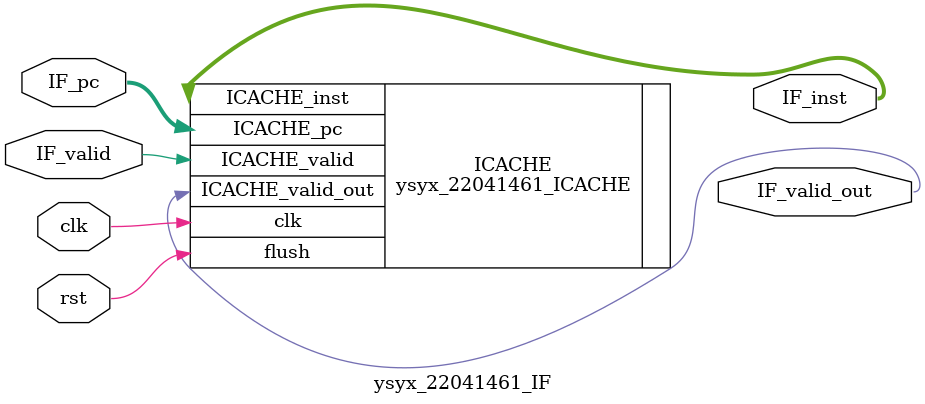
<source format=v>
module ysyx_22041461_IF(

    input  wire [0:0]  clk         ,
    input  wire [0:0]  rst         ,
    input  wire [63:0] IF_pc       ,
    input  wire [0:0] IF_valid    ,

    output wire [0:0]  IF_valid_out,
    output wire [31:0] IF_inst
);


ysyx_22041461_ICACHE ICACHE(

   .clk              (clk),
   .flush            (rst),
   .ICACHE_valid     (IF_valid),

   .ICACHE_pc        (IF_pc),

   .ICACHE_valid_out (IF_valid_out),
   .ICACHE_inst      (IF_inst)
);

endmodule

</source>
